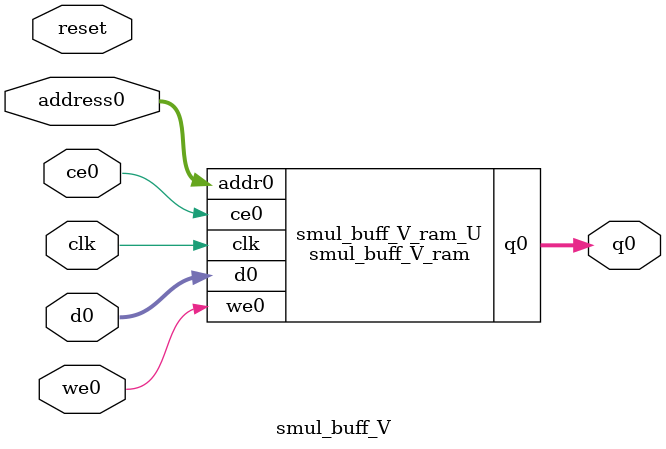
<source format=v>
`timescale 1 ns / 1 ps
module smul_buff_V_ram (addr0, ce0, d0, we0, q0,  clk);

parameter DWIDTH = 32;
parameter AWIDTH = 6;
parameter MEM_SIZE = 50;

input[AWIDTH-1:0] addr0;
input ce0;
input[DWIDTH-1:0] d0;
input we0;
output reg[DWIDTH-1:0] q0;
input clk;

reg [DWIDTH-1:0] ram[0:MEM_SIZE-1];




always @(posedge clk)  
begin 
    if (ce0) begin
        if (we0) 
            ram[addr0] <= d0; 
        q0 <= ram[addr0];
    end
end


endmodule

`timescale 1 ns / 1 ps
module smul_buff_V(
    reset,
    clk,
    address0,
    ce0,
    we0,
    d0,
    q0);

parameter DataWidth = 32'd32;
parameter AddressRange = 32'd50;
parameter AddressWidth = 32'd6;
input reset;
input clk;
input[AddressWidth - 1:0] address0;
input ce0;
input we0;
input[DataWidth - 1:0] d0;
output[DataWidth - 1:0] q0;



smul_buff_V_ram smul_buff_V_ram_U(
    .clk( clk ),
    .addr0( address0 ),
    .ce0( ce0 ),
    .we0( we0 ),
    .d0( d0 ),
    .q0( q0 ));

endmodule


</source>
